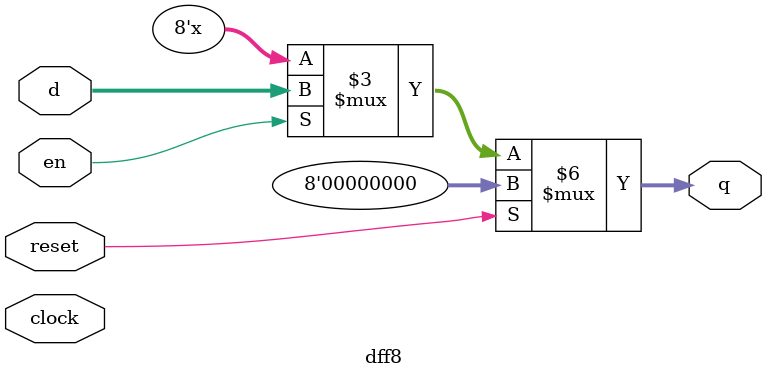
<source format=v>
`timescale 1ns / 1ps

// dff8.v
// Standard D flip-flop, transferring inputs of size DATA_WIDTH

// Inputs:
//
// clk -- clock signal
// reset -- when high, sets output to 0 on clock positive edge
// en -- enable latch
// d -- data input

// Outputs:
//
// q -- data output

module dff8(clock, reset, en, d, q);

    parameter DATA_WIDTH = 8;

    input clock;
    input reset;
    input en;
    input signed [DATA_WIDTH-1:0] d;
    output reg signed [DATA_WIDTH-1:0] q;

    always @(*) begin

        if (reset) begin
            q <= 0;
        end  // if (reset == 1'b1)

        else if (en) begin
            q <= d;
        end  // else if (en)

        else begin  // expecting this to get synthesized away (remove otherwise)
            q <= q;
        end  // else

    end  // always @(posedge clk)

endmodule  // dff8

</source>
